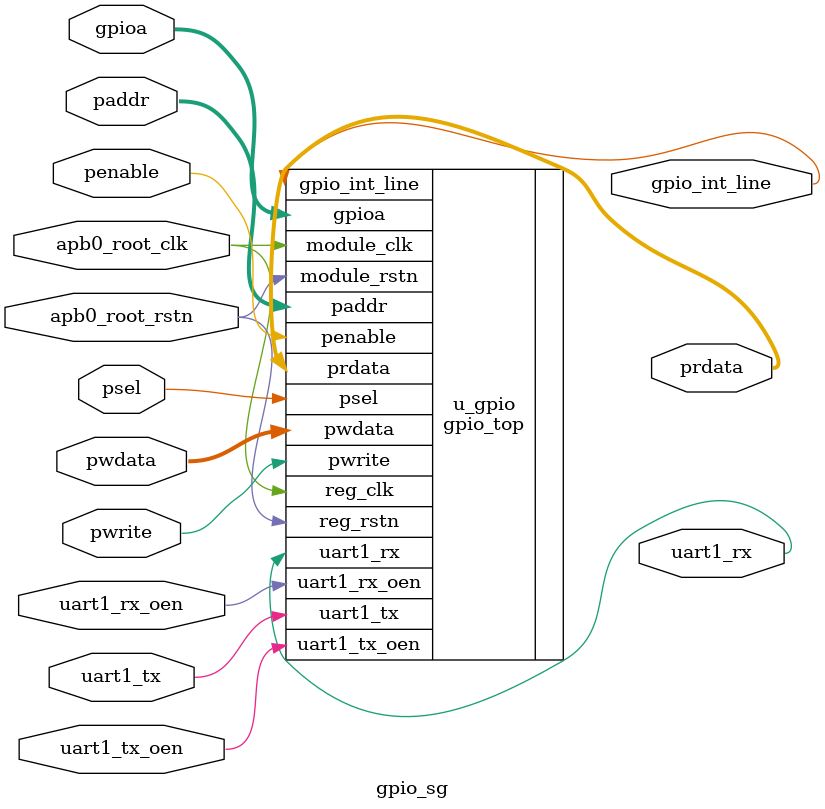
<source format=v>

module gpio_sg 
(
	// module interface
	input  						apb0_root_clk,  
	input  						apb0_root_rstn,

	// port
	inout	[15:0]				gpioa,

	// regs interface
	input 	[31:0]				paddr, 
	input  						pwrite, 
	input  						psel, 
	input  						penable, 
	input 	[31:0]				pwdata, 
	output	[31:0]				prdata,

	// gpioa mux
	input						uart1_tx,	
	input						uart1_tx_oen,	
	output						uart1_rx,	
	input						uart1_rx_oen,

	// interrupt
	output						gpio_int_line
);

gpio_top u_gpio
(
	.module_clk					(apb0_root_clk),  
	.module_rstn				(apb0_root_rstn),
	
	.gpioa						(gpioa),

	.uart1_tx					(uart1_tx),
	.uart1_tx_oen				(uart1_tx_oen),
	.uart1_rx					(uart1_rx),
	.uart1_rx_oen				(uart1_rx_oen),

	.reg_clk					(apb0_root_clk),
	.reg_rstn					(apb0_root_rstn),
	.pwrite						(pwrite),
	.psel						(psel),						
	.penable					(penable),
	.paddr						(paddr),
	.pwdata						(pwdata),
	.prdata						(prdata),

	.gpio_int_line				(gpio_int_line)
);

endmodule


</source>
